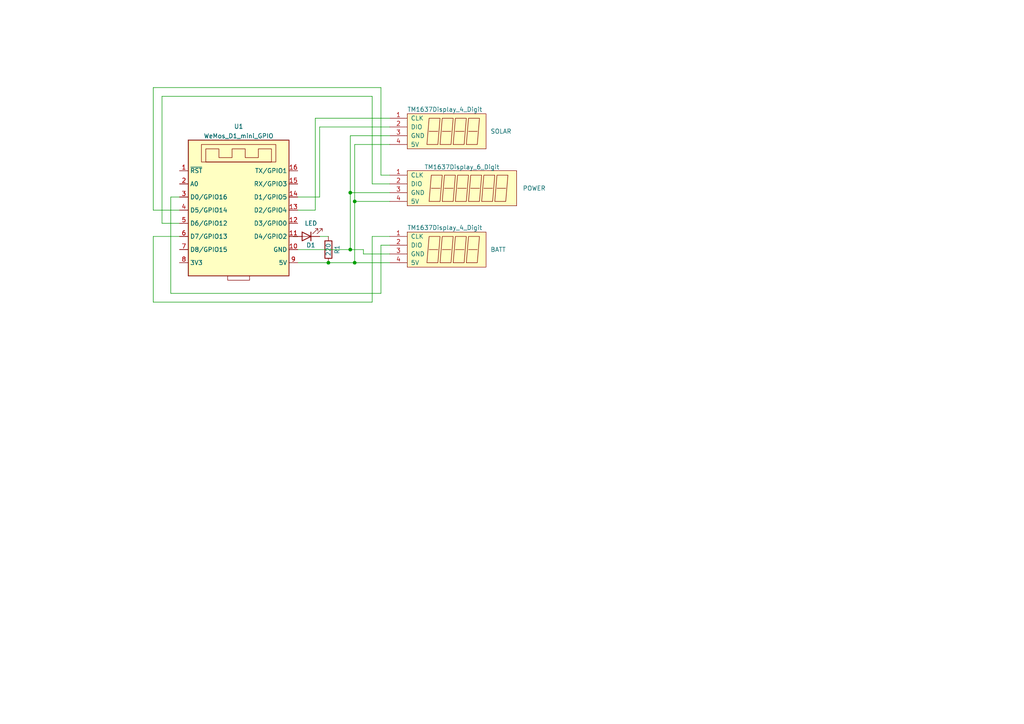
<source format=kicad_sch>
(kicad_sch (version 20211123) (generator eeschema)
  (paper "A4")
  (title_block (title "Powerwall LED Wall Display") (rev "1.0") (company "Jason A. Cox") (comment 1 "https://github.com/jasonacox/Powerwall-Display") (comment 2 "Display Solar, House, Grid, Powerwall and Battery Levels"))
  (lib_symbols
    (symbol "Device:LED" (pin_numbers hide) (pin_names (offset 1.016) hide)
      (property "Reference" "D" (at 0 2.54 0))
      (property "Value" "LED" (at 0 -2.54 0))
      (symbol "LED_0_1"
        (polyline (pts (xy -1.27 -1.27) (xy -1.27 1.27)) (stroke (width 0.254)))
        (polyline (pts (xy -1.27 0) (xy 1.27 0)))
        (polyline (pts (xy 1.27 -1.27) (xy 1.27 1.27) (xy -1.27 0) (xy 1.27 -1.27)) (stroke (width 0.254)))
        (polyline (pts (xy -3.048 -0.762) (xy -4.572 -2.286) (xy -3.81 -2.286) (xy -4.572 -2.286) (xy -4.572 -1.524)))
        (polyline (pts (xy -1.778 -0.762) (xy -3.302 -2.286) (xy -2.54 -2.286) (xy -3.302 -2.286) (xy -3.302 -1.524)))
      )
      (symbol "LED_1_1"
        (pin passive line (at -3.81 0 0) (length 2.54) (name "K") (number "1"))
        (pin passive line (at 3.81 0 180) (length 2.54) (name "A") (number "2"))
      )
    )
    (symbol "Device:R" (pin_numbers hide) (pin_names (offset 0))
      (property "Reference" "R" (at 2.032 0 90))
      (property "Value" "R" (at 0 0 90))
      (symbol "R_0_1"
        (rectangle (start -1.016 -2.54) (end 1.016 2.54) (stroke (width 0.254)))
      )
      (symbol "R_1_1"
        (pin passive line (at 0 3.81 270) (length 1.27) (name "~") (number "1"))
        (pin passive line (at 0 -3.81 90) (length 1.27) (name "~") (number "2"))
      )
    )
    (symbol "MCU_Module:WeMos_D1_mini_GPIO"
      (property "Reference" "U" (at 7.62 22.86 0))
      (property "Value" "WeMos_D1_mini_GPIO" (at -1.27 -22.86 0))
      (symbol "WeMos_D1_mini_GPIO_0_1"
        (rectangle (start -2.54 19.05) (end 19.05 13.97) (stroke (width 0.1524)))
        (polyline (pts (xy -1.27 15.24) (xy -1.27 17.78) (xy 2.54 17.78) (xy 2.54 15.24) (xy 6.35 15.24) (xy 6.35 17.78) (xy 10.16 17.78) (xy 10.16 15.24) (xy 13.97 15.24) (xy 13.97 17.78) (xy 17.78 17.78) (xy 17.78 13.97) (xy -1.27 13.97) (xy -1.27 15.24)) (stroke (width 0.1524)))
        (rectangle (start 5.08 -20.32) (end 11.43 -19.05) (stroke (width 0.1524)))
      )
      (symbol "WeMos_D1_mini_GPIO_1_1"
        (rectangle (start -6.35 20.32) (end 22.86 -19.05) (stroke (width 0.254)) (fill (type background)))
        (pin input line (at -8.89 11.43 0) (length 2.54) (name "~{RST}") (number "1"))
        (pin power_in line (at 25.4 -11.43 180) (length 2.54) (name "GND") (number "10"))
        (pin bidirectional line (at 25.4 -7.62 180) (length 2.54) (name "D4/GPIO2") (number "11"))
        (pin bidirectional line (at 25.4 -3.81 180) (length 2.54) (name "D3/GPIO0") (number "12"))
        (pin bidirectional line (at 25.4 0 180) (length 2.54) (name "D2/GPIO4") (number "13"))
        (pin bidirectional line (at 25.4 3.81 180) (length 2.54) (name "D1/GPIO5") (number "14"))
        (pin input line (at 25.4 7.62 180) (length 2.54) (name "RX/GPIO3") (number "15"))
        (pin output line (at 25.4 11.43 180) (length 2.54) (name "TX/GPIO1") (number "16"))
        (pin input line (at -8.89 7.62 0) (length 2.54) (name "A0") (number "2"))
        (pin bidirectional line (at -8.89 3.81 0) (length 2.54) (name "D0/GPIO16") (number "3"))
        (pin bidirectional line (at -8.89 0 0) (length 2.54) (name "D5/GPIO14") (number "4"))
        (pin bidirectional line (at -8.89 -3.81 0) (length 2.54) (name "D6/GPIO12") (number "5"))
        (pin bidirectional line (at -8.89 -7.62 0) (length 2.54) (name "D7/GPIO13") (number "6"))
        (pin bidirectional line (at -8.89 -11.43 0) (length 2.54) (name "D8/GPIO15") (number "7"))
        (pin power_out line (at -8.89 -15.24 0) (length 2.54) (name "3V3") (number "8"))
        (pin power_in line (at 25.4 -15.24 180) (length 2.54) (name "5V") (number "9"))
      )
    )
    (symbol "RUR:TM1637Display_4_Digit" (pin_names (offset 1.016))
      (property "Reference" "U" (at -7.62 -6.35 0))
      (property "Value" "TM1637Display_4_Digit" (at 2.54 6.35 0))
      (symbol "TM1637Display_4_Digit_0_1"
        (rectangle (start -8.89 5.08) (end 13.97 -5.08) (fill (type background)))
        (polyline (pts (xy -2.54 0) (xy 0 0)))
        (polyline (pts (xy 1.27 0) (xy 3.81 0)))
        (polyline (pts (xy 5.08 0) (xy 7.62 0)))
        (polyline (pts (xy 8.89 0) (xy 11.43 0)))
        (polyline (pts (xy -3.175 -3.81) (xy -2.54 3.81) (xy 0.635 3.81) (xy 0 -3.81) (xy -3.175 -3.81)))
        (polyline (pts (xy 0.635 -3.81) (xy 1.27 3.81) (xy 4.445 3.81) (xy 3.81 -3.81) (xy 0.635 -3.81)))
        (polyline (pts (xy 4.445 -3.81) (xy 5.08 3.81) (xy 8.255 3.81) (xy 7.62 -3.81) (xy 4.445 -3.81)))
        (polyline (pts (xy 8.255 -3.81) (xy 8.89 3.81) (xy 12.065 3.81) (xy 11.43 -3.81) (xy 8.255 -3.81)))
      )
      (symbol "TM1637Display_4_Digit_1_1"
        (pin input line (at -13.97 3.81 0) (length 5.08) (name "CLK") (number "1"))
        (pin input line (at -13.97 1.27 0) (length 5.08) (name "DIO") (number "2"))
        (pin power_in line (at -13.97 -1.27 0) (length 5.08) (name "GND") (number "3"))
        (pin power_in line (at -13.97 -3.81 0) (length 5.08) (name "5V") (number "4"))
      )
    )
    (symbol "RUR:TM1637Display_6_Digit" (pin_names (offset 1.016))
      (property "Reference" "U" (at -7.62 -6.35 0))
      (property "Value" "TM1637Display_6_Digit" (at 6.35 6.35 0))
      (symbol "TM1637Display_6_Digit_0_1"
        (rectangle (start -8.89 5.08) (end 22.86 -5.08) (fill (type background)))
        (polyline (pts (xy -1.905 0) (xy 0.635 0)))
        (polyline (pts (xy 1.905 0) (xy 4.445 0)))
        (polyline (pts (xy 5.715 0) (xy 8.255 0)))
        (polyline (pts (xy 9.525 0) (xy 12.065 0)))
        (polyline (pts (xy 13.335 0) (xy 15.875 0)))
        (polyline (pts (xy 17.145 0) (xy 19.685 0)))
        (polyline (pts (xy -2.54 -3.81) (xy -1.905 3.81) (xy 1.27 3.81) (xy 0.635 -3.81) (xy -2.54 -3.81)))
        (polyline (pts (xy 1.27 -3.81) (xy 1.905 3.81) (xy 5.08 3.81) (xy 4.445 -3.81) (xy 1.27 -3.81)))
        (polyline (pts (xy 5.08 -3.81) (xy 5.715 3.81) (xy 8.89 3.81) (xy 8.255 -3.81) (xy 5.08 -3.81)))
        (polyline (pts (xy 8.89 -3.81) (xy 9.525 3.81) (xy 12.7 3.81) (xy 12.065 -3.81) (xy 8.89 -3.81)))
        (polyline (pts (xy 12.7 -3.81) (xy 13.335 3.81) (xy 16.51 3.81) (xy 15.875 -3.81) (xy 12.7 -3.81)))
        (polyline (pts (xy 16.51 -3.81) (xy 17.145 3.81) (xy 20.32 3.81) (xy 19.685 -3.81) (xy 16.51 -3.81)))
      )
      (symbol "TM1637Display_6_Digit_1_1"
        (pin input line (at -13.97 3.81 0) (length 5.08) (name "CLK") (number "1"))
        (pin input line (at -13.97 1.27 0) (length 5.08) (name "DIO") (number "2"))
        (pin power_in line (at -13.97 -1.27 0) (length 5.08) (name "GND") (number "3"))
        (pin power_in line (at -13.97 -3.81 0) (length 5.08) (name "5V") (number "4"))
      )
    )
  )
  (junction (at 102.87 76.2))
  (junction (at 101.6 72.39))
  (junction (at 101.6 55.88))
  (junction (at 102.87 58.42))
  (junction (at 95.25 76.2))
  (wire (pts (xy 113.03 53.34) (xy 107.95 53.34)))
  (wire (pts (xy 49.53 85.09) (xy 110.49 85.09)))
  (wire (pts (xy 101.6 55.88) (xy 101.6 72.39)))
  (wire (pts (xy 44.45 87.63) (xy 44.45 68.58)))
  (wire (pts (xy 44.45 60.96) (xy 44.45 25.4)))
  (wire (pts (xy 102.87 41.91) (xy 102.87 58.42)))
  (wire (pts (xy 49.53 57.15) (xy 49.53 85.09)))
  (wire (pts (xy 44.45 68.58) (xy 52.07 68.58)))
  (wire (pts (xy 52.07 57.15) (xy 49.53 57.15)))
  (wire (pts (xy 46.99 27.94) (xy 46.99 64.77)))
  (wire (pts (xy 102.87 58.42) (xy 102.87 76.2)))
  (wire (pts (xy 113.03 58.42) (xy 102.87 58.42)))
  (wire (pts (xy 92.71 57.15) (xy 92.71 36.83)))
  (wire (pts (xy 52.07 60.96) (xy 44.45 60.96)))
  (wire (pts (xy 101.6 72.39) (xy 105.41 72.39)))
  (wire (pts (xy 92.71 36.83) (xy 113.03 36.83)))
  (wire (pts (xy 86.36 76.2) (xy 95.25 76.2)))
  (wire (pts (xy 110.49 85.09) (xy 110.49 71.12)))
  (wire (pts (xy 110.49 71.12) (xy 113.03 71.12)))
  (wire (pts (xy 86.36 72.39) (xy 101.6 72.39)))
  (wire (pts (xy 102.87 76.2) (xy 113.03 76.2)))
  (wire (pts (xy 110.49 50.8) (xy 113.03 50.8)))
  (wire (pts (xy 113.03 41.91) (xy 102.87 41.91)))
  (wire (pts (xy 105.41 73.66) (xy 105.41 72.39)))
  (wire (pts (xy 107.95 87.63) (xy 44.45 87.63)))
  (wire (pts (xy 107.95 68.58) (xy 107.95 87.63)))
  (wire (pts (xy 113.03 34.29) (xy 91.44 34.29)))
  (wire (pts (xy 113.03 73.66) (xy 105.41 73.66)))
  (wire (pts (xy 86.36 60.96) (xy 91.44 60.96)))
  (wire (pts (xy 113.03 68.58) (xy 107.95 68.58)))
  (wire (pts (xy 86.36 57.15) (xy 92.71 57.15)))
  (wire (pts (xy 113.03 39.37) (xy 101.6 39.37)))
  (wire (pts (xy 95.25 76.2) (xy 102.87 76.2)))
  (wire (pts (xy 92.71 68.58) (xy 95.25 68.58)))
  (wire (pts (xy 101.6 39.37) (xy 101.6 55.88)))
  (wire (pts (xy 101.6 55.88) (xy 113.03 55.88)))
  (wire (pts (xy 110.49 25.4) (xy 110.49 50.8)))
  (wire (pts (xy 91.44 34.29) (xy 91.44 60.96)))
  (wire (pts (xy 107.95 53.34) (xy 107.95 27.94)))
  (wire (pts (xy 85.09 68.58) (xy 86.36 68.58)))
  (wire (pts (xy 107.95 27.94) (xy 46.99 27.94)))
  (wire (pts (xy 46.99 64.77) (xy 52.07 64.77)))
  (wire (pts (xy 44.45 25.4) (xy 110.49 25.4)))
  (symbol (lib_id "RUR:TM1637Display_4_Digit") (at 127 38.1 0) (unit 1)
    (property "Reference" "SOLAR" (at 142.24 38.1 0) (effects (justify left)))
    (property "Value" "TM1637Display_4_Digit" (at 118.11 31.75 0) (effects (justify left)))
  )
  (symbol (lib_id "Device:LED") (at 88.9 68.58 180) (unit 1)
    (property "Reference" "D1" (at 90.17 71.12 0))
    (property "Value" "LED" (at 90.17 64.77 0))
  )
  (symbol (lib_id "RUR:TM1637Display_6_Digit") (at 127 54.61 0) (unit 1)
    (property "Reference" "POWER" (at 154.94 54.61 0))
    (property "Value" "TM1637Display_6_Digit" (at 133.985 48.4656 0))
  )
  (symbol (lib_id "MCU_Module:WeMos_D1_mini_GPIO") (at 60.96 60.96 0) (unit 1)
    (property "Reference" "U1" (at 69.215 36.6735 0))
    (property "Value" "WeMos_D1_mini_GPIO" (at 69.215 39.4486 0))
    (property "Footprint" "Module:WEMOS_D1_mini_light" (effects hide))
    (property "Datasheet" "https://wiki.wemos.cc/products:d1:d1_mini#documentation" (effects hide))
  )
  (symbol (lib_id "RUR:TM1637Display_4_Digit") (at 127 72.39 0) (unit 1)
    (property "Reference" "BATT" (at 142.24 72.39 0) (effects (justify left)))
    (property "Value" "TM1637Display_4_Digit" (at 118.11 66.04 0) (effects (justify left)))
  )
  (symbol (lib_id "Device:R") (at 95.25 72.39 0) (unit 1)
    (property "Reference" "R1" (at 97.79 72.39 90))
    (property "Value" "220" (at 95.25 72.39 90))
  )
)
</source>
